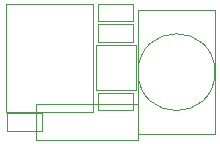
<source format=gbr>
%TF.GenerationSoftware,KiCad,Pcbnew,7.0.5-0*%
%TF.CreationDate,2023-07-03T13:56:25+02:00*%
%TF.ProjectId,Proditor,50726f64-6974-46f7-922e-6b696361645f,rev?*%
%TF.SameCoordinates,Original*%
%TF.FileFunction,Other,User*%
%FSLAX46Y46*%
G04 Gerber Fmt 4.6, Leading zero omitted, Abs format (unit mm)*
G04 Created by KiCad (PCBNEW 7.0.5-0) date 2023-07-03 13:56:25*
%MOMM*%
%LPD*%
G01*
G04 APERTURE LIST*
%ADD10C,0.050000*%
G04 APERTURE END LIST*
D10*
%TO.C,SW1*%
X155024000Y-94353200D02*
X155024000Y-83853200D01*
X161524000Y-94353200D02*
X155024000Y-94353200D01*
X155024000Y-83853200D02*
X161524000Y-83853200D01*
X161524000Y-83853200D02*
X161524000Y-94353200D01*
%TO.C,R1*%
X154580000Y-86520000D02*
X151620000Y-86520000D01*
X151620000Y-86520000D02*
X151620000Y-85060000D01*
X154580000Y-85060000D02*
X154580000Y-86520000D01*
X151620000Y-85060000D02*
X154580000Y-85060000D01*
%TO.C,C1*%
X146870000Y-92590000D02*
X146870000Y-94050000D01*
X143910000Y-94050000D02*
X143910000Y-92590000D01*
X146870000Y-94050000D02*
X143910000Y-94050000D01*
X143910000Y-92590000D02*
X146870000Y-92590000D01*
%TO.C,J2*%
X146375000Y-94869600D02*
X155025000Y-94869600D01*
X155025000Y-94869600D02*
X155025000Y-91769600D01*
X146375000Y-91769600D02*
X146375000Y-94869600D01*
X155025000Y-91769600D02*
X146375000Y-91769600D01*
%TO.C,U2*%
X154817800Y-90620000D02*
X154817800Y-86780000D01*
X151417800Y-86780000D02*
X151417800Y-90620000D01*
X154817800Y-86780000D02*
X151417800Y-86780000D01*
X151417800Y-90620000D02*
X154817800Y-90620000D01*
%TO.C,D1*%
X151607500Y-83330000D02*
X154567500Y-83330000D01*
X151607500Y-84790000D02*
X151607500Y-83330000D01*
X154567500Y-83330000D02*
X154567500Y-84790000D01*
X154567500Y-84790000D02*
X151607500Y-84790000D01*
%TO.C,U1*%
X151197800Y-83297200D02*
X143797800Y-83297200D01*
X143797800Y-83297200D02*
X143797800Y-92457200D01*
X143797800Y-92457200D02*
X151197800Y-92457200D01*
X151197800Y-92457200D02*
X151197800Y-83297200D01*
%TO.C,C2*%
X154580000Y-90870000D02*
X154580000Y-92330000D01*
X151620000Y-92330000D02*
X151620000Y-90870000D01*
X154580000Y-92330000D02*
X151620000Y-92330000D01*
X151620000Y-90870000D02*
X154580000Y-90870000D01*
%TO.C,H1*%
X161524000Y-89103200D02*
G75*
G03*
X161524000Y-89103200I-3250000J0D01*
G01*
%TD*%
M02*

</source>
